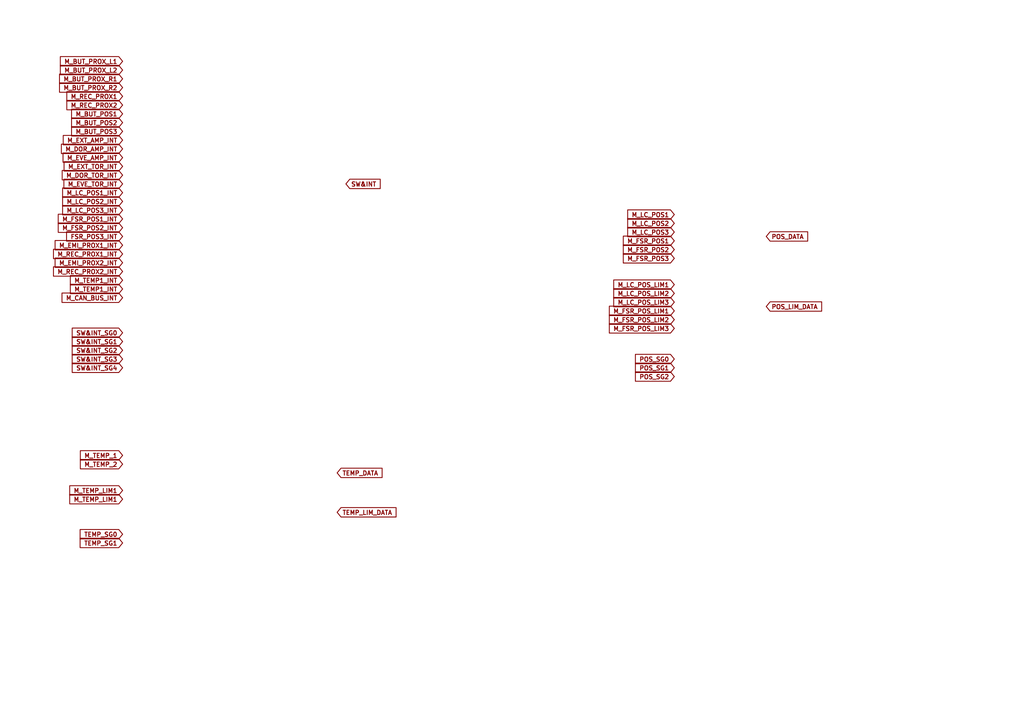
<source format=kicad_sch>
(kicad_sch (version 20211123) (generator eeschema)
  (paper "A4")
  (title_block (title "BUMBLEBEE") (date "2024-01-15") (rev "1.00") (company "ExoFlex") (comment 1 "Bumblebee"))
  (lib_symbols)
  (global_label "M_LC_POS3" (shape input) (at 195.58 67.31 180) (effects (font (thickness 0.254) bold)) (property "Intersheet References" "${INTERSHEET_REFS}" (effects hide)))
  (global_label "M_LC_POS1_INT" (shape input) (at 35.56 55.88 180) (effects (font bold)) (property "Intersheet References" "${INTERSHEET_REFS}" (effects hide)))
  (global_label "M_EMI_PROX2_INT" (shape input) (at 35.56 76.2 180) (effects (font bold)) (property "Intersheet References" "${INTERSHEET_REFS}" (effects hide)))
  (global_label "M_FSR_POS_LIM1" (shape input) (at 195.58 90.17 180) (effects (font (thickness 0.254) bold)) (property "Intersheet References" "${INTERSHEET_REFS}" (effects hide)))
  (global_label "M_TEMP1_INT" (shape input) (at 35.56 83.82 180) (effects (font bold)) (property "Intersheet References" "${INTERSHEET_REFS}" (effects hide)))
  (global_label "M_REC_PROX1" (shape input) (at 35.56 27.94 180) (effects (font (thickness 0.254) bold)) (property "Intersheet References" "${INTERSHEET_REFS}" (effects hide)))
  (global_label "M_DOR_TOR_INT" (shape input) (at 35.56 50.8 180) (effects (font (thickness 0.254) bold)) (property "Intersheet References" "${INTERSHEET_REFS}" (effects hide)))
  (global_label "SW&INT_SG2" (shape input) (at 35.56 101.6 180) (effects (font (thickness 0.254) bold)) (property "Intersheet References" "${INTERSHEET_REFS}" (effects hide)))
  (global_label "M_TEMP1_INT" (shape input) (at 35.56 81.28 180) (effects (font bold)) (property "Intersheet References" "${INTERSHEET_REFS}" (effects hide)))
  (global_label "M_LC_POS_LIM1" (shape input) (at 195.58 82.55 180) (effects (font (thickness 0.254) bold)) (property "Intersheet References" "${INTERSHEET_REFS}" (effects hide)))
  (global_label "POS_SG0" (shape input) (at 195.58 104.14 180) (effects (font (thickness 0.254) bold)) (property "Intersheet References" "${INTERSHEET_REFS}" (effects hide)))
  (global_label "POS_DATA" (shape input) (at 222.25 68.58 0) (effects (font bold)) (property "Intersheet References" "${INTERSHEET_REFS}" (effects hide)))
  (global_label "POS_SG2" (shape input) (at 195.58 109.22 180) (effects (font (thickness 0.254) bold)) (property "Intersheet References" "${INTERSHEET_REFS}" (effects hide)))
  (global_label "SW&INT_SG3" (shape input) (at 35.56 104.14 180) (effects (font (thickness 0.254) bold)) (property "Intersheet References" "${INTERSHEET_REFS}" (effects hide)))
  (global_label "M_REC_PROX1_INT" (shape input) (at 35.56 73.66 180) (effects (font bold)) (property "Intersheet References" "${INTERSHEET_REFS}" (effects hide)))
  (global_label "M_LC_POS3_INT" (shape input) (at 35.56 60.96 180) (effects (font bold)) (property "Intersheet References" "${INTERSHEET_REFS}" (effects hide)))
  (global_label "SW&INT_SG0" (shape input) (at 35.56 96.52 180) (effects (font (thickness 0.254) bold)) (property "Intersheet References" "${INTERSHEET_REFS}" (effects hide)))
  (global_label "M_EXT_AMP_INT" (shape input) (at 35.56 40.64 180) (effects (font (thickness 0.254) bold)) (property "Intersheet References" "${INTERSHEET_REFS}" (effects hide)))
  (global_label "M_TEMP_2" (shape input) (at 35.56 134.62 180) (effects (font bold)) (property "Intersheet References" "${INTERSHEET_REFS}" (effects hide)))
  (global_label "M_LC_POS1" (shape input) (at 195.58 62.23 180) (effects (font (thickness 0.254) bold)) (property "Intersheet References" "${INTERSHEET_REFS}" (effects hide)))
  (global_label "M_LC_POS2_INT" (shape input) (at 35.56 58.42 180) (effects (font bold)) (property "Intersheet References" "${INTERSHEET_REFS}" (effects hide)))
  (global_label "M_FSR_POS_LIM3" (shape input) (at 195.58 95.25 180) (effects (font (thickness 0.254) bold)) (property "Intersheet References" "${INTERSHEET_REFS}" (effects hide)))
  (global_label "M_REC_PROX2_INT" (shape input) (at 35.56 78.74 180) (effects (font bold)) (property "Intersheet References" "${INTERSHEET_REFS}" (effects hide)))
  (global_label "M_LC_POS_LIM2" (shape input) (at 195.58 85.09 180) (effects (font (thickness 0.254) bold)) (property "Intersheet References" "${INTERSHEET_REFS}" (effects hide)))
  (global_label "M_FSR_POS1_INT" (shape input) (at 35.56 63.5 180) (effects (font (thickness 0.254) bold)) (property "Intersheet References" "${INTERSHEET_REFS}" (effects hide)))
  (global_label "M_EXT_TOR_INT" (shape input) (at 35.56 48.26 180) (effects (font (thickness 0.254) bold)) (property "Intersheet References" "${INTERSHEET_REFS}" (effects hide)))
  (global_label "SW&INT" (shape input) (at 100.33 53.34 0) (effects (font (thickness 0.254) bold)) (property "Intersheet References" "${INTERSHEET_REFS}" (effects hide)))
  (global_label "M_EVE_AMP_INT" (shape input) (at 35.56 45.72 180) (effects (font (thickness 0.254) bold)) (property "Intersheet References" "${INTERSHEET_REFS}" (effects hide)))
  (global_label "M_EMI_PROX1_INT" (shape input) (at 35.56 71.12 180) (effects (font bold)) (property "Intersheet References" "${INTERSHEET_REFS}" (effects hide)))
  (global_label "M_BUT_PROX_R1" (shape input) (at 35.56 22.86 180) (effects (font (thickness 0.254) bold)) (property "Intersheet References" "${INTERSHEET_REFS}" (effects hide)))
  (global_label "M_EVE_TOR_INT" (shape input) (at 35.56 53.34 180) (effects (font (thickness 0.254) bold)) (property "Intersheet References" "${INTERSHEET_REFS}" (effects hide)))
  (global_label "TEMP_DATA" (shape input) (at 97.79 137.16 0) (effects (font bold)) (property "Intersheet References" "${INTERSHEET_REFS}" (effects hide)))
  (global_label "TEMP_SG0" (shape input) (at 35.56 154.94 180) (effects (font (thickness 0.254) bold)) (property "Intersheet References" "${INTERSHEET_REFS}" (effects hide)))
  (global_label "TEMP_SG1" (shape input) (at 35.56 157.48 180) (effects (font (thickness 0.254) bold)) (property "Intersheet References" "${INTERSHEET_REFS}" (effects hide)))
  (global_label "M_REC_PROX2" (shape input) (at 35.56 30.48 180) (effects (font (thickness 0.254) bold)) (property "Intersheet References" "${INTERSHEET_REFS}" (effects hide)))
  (global_label "M_LC_POS_LIM3" (shape input) (at 195.58 87.63 180) (effects (font (thickness 0.254) bold)) (property "Intersheet References" "${INTERSHEET_REFS}" (effects hide)))
  (global_label "M_BUT_PROX_R2" (shape input) (at 35.56 25.4 180) (effects (font (thickness 0.254) bold)) (property "Intersheet References" "${INTERSHEET_REFS}" (effects hide)))
  (global_label "M_FSR_POS2_INT" (shape input) (at 35.56 66.04 180) (effects (font (thickness 0.254) bold)) (property "Intersheet References" "${INTERSHEET_REFS}" (effects hide)))
  (global_label "M_BUT_POS3" (shape input) (at 35.56 38.1 180) (effects (font (thickness 0.254) bold)) (property "Intersheet References" "${INTERSHEET_REFS}" (effects hide)))
  (global_label "SW&INT_SG4" (shape input) (at 35.56 106.68 180) (effects (font (thickness 0.254) bold)) (property "Intersheet References" "${INTERSHEET_REFS}" (effects hide)))
  (global_label "M_TEMP_LIM1" (shape input) (at 35.56 142.24 180) (effects (font bold)) (property "Intersheet References" "${INTERSHEET_REFS}" (effects hide)))
  (global_label "FSR_POS3_INT" (shape input) (at 35.56 68.58 180) (effects (font (thickness 0.254) bold)) (property "Intersheet References" "${INTERSHEET_REFS}" (effects hide)))
  (global_label "M_DOR_AMP_INT" (shape input) (at 35.56 43.18 180) (effects (font (thickness 0.254) bold)) (property "Intersheet References" "${INTERSHEET_REFS}" (effects hide)))
  (global_label "M_BUT_PROX_L2" (shape input) (at 35.56 20.32 180) (effects (font (thickness 0.254) bold)) (property "Intersheet References" "${INTERSHEET_REFS}" (effects hide)))
  (global_label "M_TEMP_LIM1" (shape input) (at 35.56 144.78 180) (effects (font bold)) (property "Intersheet References" "${INTERSHEET_REFS}" (effects hide)))
  (global_label "M_TEMP_1" (shape input) (at 35.56 132.08 180) (effects (font bold)) (property "Intersheet References" "${INTERSHEET_REFS}" (effects hide)))
  (global_label "M_CAN_BUS_INT" (shape input) (at 35.56 86.36 180) (effects (font bold)) (property "Intersheet References" "${INTERSHEET_REFS}" (effects hide)))
  (global_label "M_FSR_POS_LIM2" (shape input) (at 195.58 92.71 180) (effects (font (thickness 0.254) bold)) (property "Intersheet References" "${INTERSHEET_REFS}" (effects hide)))
  (global_label "M_BUT_POS1" (shape input) (at 35.56 33.02 180) (effects (font (thickness 0.254) bold)) (property "Intersheet References" "${INTERSHEET_REFS}" (effects hide)))
  (global_label "TEMP_LIM_DATA" (shape input) (at 97.79 148.59 0) (effects (font bold)) (property "Intersheet References" "${INTERSHEET_REFS}" (effects hide)))
  (global_label "M_LC_POS2" (shape input) (at 195.58 64.77 180) (effects (font (thickness 0.254) bold)) (property "Intersheet References" "${INTERSHEET_REFS}" (effects hide)))
  (global_label "M_BUT_PROX_L1" (shape input) (at 35.56 17.78 180) (effects (font (thickness 0.254) bold)) (property "Intersheet References" "${INTERSHEET_REFS}" (effects hide)))
  (global_label "M_FSR_POS1" (shape input) (at 195.58 69.85 180) (effects (font (thickness 0.254) bold)) (property "Intersheet References" "${INTERSHEET_REFS}" (effects hide)))
  (global_label "POS_SG1" (shape input) (at 195.58 106.68 180) (effects (font (thickness 0.254) bold)) (property "Intersheet References" "${INTERSHEET_REFS}" (effects hide)))
  (global_label "M_FSR_POS3" (shape input) (at 195.58 74.93 180) (effects (font (thickness 0.254) bold)) (property "Intersheet References" "${INTERSHEET_REFS}" (effects hide)))
  (global_label "M_FSR_POS2" (shape input) (at 195.58 72.39 180) (effects (font (thickness 0.254) bold)) (property "Intersheet References" "${INTERSHEET_REFS}" (effects hide)))
  (global_label "POS_LIM_DATA" (shape input) (at 222.25 88.9 0) (effects (font bold)) (property "Intersheet References" "${INTERSHEET_REFS}" (effects hide)))
  (global_label "SW&INT_SG1" (shape input) (at 35.56 99.06 180) (effects (font (thickness 0.254) bold)) (property "Intersheet References" "${INTERSHEET_REFS}" (effects hide)))
  (global_label "M_BUT_POS2" (shape input) (at 35.56 35.56 180) (effects (font (thickness 0.254) bold)) (property "Intersheet References" "${INTERSHEET_REFS}" (effects hide)))
)
</source>
